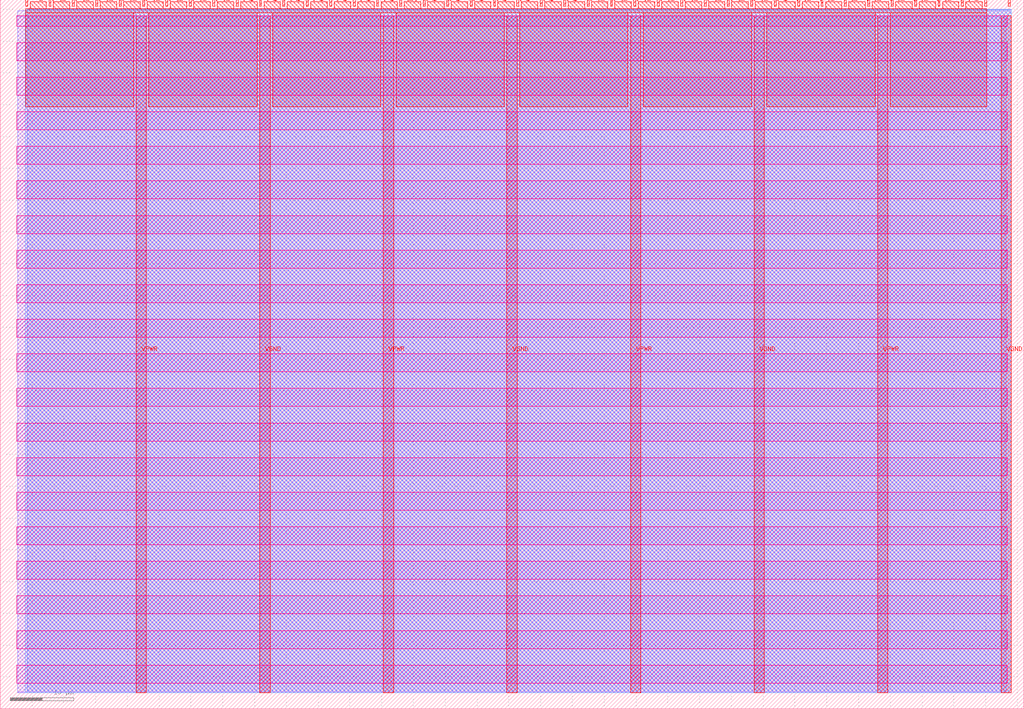
<source format=lef>
VERSION 5.7 ;
  NOWIREEXTENSIONATPIN ON ;
  DIVIDERCHAR "/" ;
  BUSBITCHARS "[]" ;
MACRO tt_um_CDMA_Santiago
  CLASS BLOCK ;
  FOREIGN tt_um_CDMA_Santiago ;
  ORIGIN 0.000 0.000 ;
  SIZE 161.000 BY 111.520 ;
  PIN VGND
    DIRECTION INOUT ;
    USE GROUND ;
    PORT
      LAYER met4 ;
        RECT 40.830 2.480 42.430 109.040 ;
    END
    PORT
      LAYER met4 ;
        RECT 79.700 2.480 81.300 109.040 ;
    END
    PORT
      LAYER met4 ;
        RECT 118.570 2.480 120.170 109.040 ;
    END
    PORT
      LAYER met4 ;
        RECT 157.440 2.480 159.040 109.040 ;
    END
  END VGND
  PIN VPWR
    DIRECTION INOUT ;
    USE POWER ;
    PORT
      LAYER met4 ;
        RECT 21.395 2.480 22.995 109.040 ;
    END
    PORT
      LAYER met4 ;
        RECT 60.265 2.480 61.865 109.040 ;
    END
    PORT
      LAYER met4 ;
        RECT 99.135 2.480 100.735 109.040 ;
    END
    PORT
      LAYER met4 ;
        RECT 138.005 2.480 139.605 109.040 ;
    END
  END VPWR
  PIN clk
    DIRECTION INPUT ;
    USE SIGNAL ;
    ANTENNAGATEAREA 0.852000 ;
    PORT
      LAYER met4 ;
        RECT 154.870 110.520 155.170 111.520 ;
    END
  END clk
  PIN ena
    DIRECTION INPUT ;
    USE SIGNAL ;
    PORT
      LAYER met4 ;
        RECT 158.550 110.520 158.850 111.520 ;
    END
  END ena
  PIN rst_n
    DIRECTION INPUT ;
    USE SIGNAL ;
    ANTENNAGATEAREA 0.213000 ;
    PORT
      LAYER met4 ;
        RECT 151.190 110.520 151.490 111.520 ;
    END
  END rst_n
  PIN ui_in[0]
    DIRECTION INPUT ;
    USE SIGNAL ;
    ANTENNAGATEAREA 0.196500 ;
    PORT
      LAYER met4 ;
        RECT 147.510 110.520 147.810 111.520 ;
    END
  END ui_in[0]
  PIN ui_in[1]
    DIRECTION INPUT ;
    USE SIGNAL ;
    ANTENNAGATEAREA 0.196500 ;
    PORT
      LAYER met4 ;
        RECT 143.830 110.520 144.130 111.520 ;
    END
  END ui_in[1]
  PIN ui_in[2]
    DIRECTION INPUT ;
    USE SIGNAL ;
    ANTENNAGATEAREA 0.196500 ;
    PORT
      LAYER met4 ;
        RECT 140.150 110.520 140.450 111.520 ;
    END
  END ui_in[2]
  PIN ui_in[3]
    DIRECTION INPUT ;
    USE SIGNAL ;
    ANTENNAGATEAREA 0.196500 ;
    PORT
      LAYER met4 ;
        RECT 136.470 110.520 136.770 111.520 ;
    END
  END ui_in[3]
  PIN ui_in[4]
    DIRECTION INPUT ;
    USE SIGNAL ;
    ANTENNAGATEAREA 0.196500 ;
    PORT
      LAYER met4 ;
        RECT 132.790 110.520 133.090 111.520 ;
    END
  END ui_in[4]
  PIN ui_in[5]
    DIRECTION INPUT ;
    USE SIGNAL ;
    ANTENNAGATEAREA 0.196500 ;
    PORT
      LAYER met4 ;
        RECT 129.110 110.520 129.410 111.520 ;
    END
  END ui_in[5]
  PIN ui_in[6]
    DIRECTION INPUT ;
    USE SIGNAL ;
    ANTENNAGATEAREA 0.196500 ;
    PORT
      LAYER met4 ;
        RECT 125.430 110.520 125.730 111.520 ;
    END
  END ui_in[6]
  PIN ui_in[7]
    DIRECTION INPUT ;
    USE SIGNAL ;
    ANTENNAGATEAREA 0.196500 ;
    PORT
      LAYER met4 ;
        RECT 121.750 110.520 122.050 111.520 ;
    END
  END ui_in[7]
  PIN uio_in[0]
    DIRECTION INPUT ;
    USE SIGNAL ;
    PORT
      LAYER met4 ;
        RECT 118.070 110.520 118.370 111.520 ;
    END
  END uio_in[0]
  PIN uio_in[1]
    DIRECTION INPUT ;
    USE SIGNAL ;
    PORT
      LAYER met4 ;
        RECT 114.390 110.520 114.690 111.520 ;
    END
  END uio_in[1]
  PIN uio_in[2]
    DIRECTION INPUT ;
    USE SIGNAL ;
    PORT
      LAYER met4 ;
        RECT 110.710 110.520 111.010 111.520 ;
    END
  END uio_in[2]
  PIN uio_in[3]
    DIRECTION INPUT ;
    USE SIGNAL ;
    PORT
      LAYER met4 ;
        RECT 107.030 110.520 107.330 111.520 ;
    END
  END uio_in[3]
  PIN uio_in[4]
    DIRECTION INPUT ;
    USE SIGNAL ;
    PORT
      LAYER met4 ;
        RECT 103.350 110.520 103.650 111.520 ;
    END
  END uio_in[4]
  PIN uio_in[5]
    DIRECTION INPUT ;
    USE SIGNAL ;
    PORT
      LAYER met4 ;
        RECT 99.670 110.520 99.970 111.520 ;
    END
  END uio_in[5]
  PIN uio_in[6]
    DIRECTION INPUT ;
    USE SIGNAL ;
    PORT
      LAYER met4 ;
        RECT 95.990 110.520 96.290 111.520 ;
    END
  END uio_in[6]
  PIN uio_in[7]
    DIRECTION INPUT ;
    USE SIGNAL ;
    PORT
      LAYER met4 ;
        RECT 92.310 110.520 92.610 111.520 ;
    END
  END uio_in[7]
  PIN uio_oe[0]
    DIRECTION OUTPUT TRISTATE ;
    USE SIGNAL ;
    PORT
      LAYER met4 ;
        RECT 29.750 110.520 30.050 111.520 ;
    END
  END uio_oe[0]
  PIN uio_oe[1]
    DIRECTION OUTPUT TRISTATE ;
    USE SIGNAL ;
    PORT
      LAYER met4 ;
        RECT 26.070 110.520 26.370 111.520 ;
    END
  END uio_oe[1]
  PIN uio_oe[2]
    DIRECTION OUTPUT TRISTATE ;
    USE SIGNAL ;
    PORT
      LAYER met4 ;
        RECT 22.390 110.520 22.690 111.520 ;
    END
  END uio_oe[2]
  PIN uio_oe[3]
    DIRECTION OUTPUT TRISTATE ;
    USE SIGNAL ;
    PORT
      LAYER met4 ;
        RECT 18.710 110.520 19.010 111.520 ;
    END
  END uio_oe[3]
  PIN uio_oe[4]
    DIRECTION OUTPUT TRISTATE ;
    USE SIGNAL ;
    PORT
      LAYER met4 ;
        RECT 15.030 110.520 15.330 111.520 ;
    END
  END uio_oe[4]
  PIN uio_oe[5]
    DIRECTION OUTPUT TRISTATE ;
    USE SIGNAL ;
    PORT
      LAYER met4 ;
        RECT 11.350 110.520 11.650 111.520 ;
    END
  END uio_oe[5]
  PIN uio_oe[6]
    DIRECTION OUTPUT TRISTATE ;
    USE SIGNAL ;
    PORT
      LAYER met4 ;
        RECT 7.670 110.520 7.970 111.520 ;
    END
  END uio_oe[6]
  PIN uio_oe[7]
    DIRECTION OUTPUT TRISTATE ;
    USE SIGNAL ;
    PORT
      LAYER met4 ;
        RECT 3.990 110.520 4.290 111.520 ;
    END
  END uio_oe[7]
  PIN uio_out[0]
    DIRECTION OUTPUT TRISTATE ;
    USE SIGNAL ;
    ANTENNADIFFAREA 0.795200 ;
    PORT
      LAYER met4 ;
        RECT 59.190 110.520 59.490 111.520 ;
    END
  END uio_out[0]
  PIN uio_out[1]
    DIRECTION OUTPUT TRISTATE ;
    USE SIGNAL ;
    ANTENNADIFFAREA 0.445500 ;
    PORT
      LAYER met4 ;
        RECT 55.510 110.520 55.810 111.520 ;
    END
  END uio_out[1]
  PIN uio_out[2]
    DIRECTION OUTPUT TRISTATE ;
    USE SIGNAL ;
    ANTENNADIFFAREA 0.795200 ;
    PORT
      LAYER met4 ;
        RECT 51.830 110.520 52.130 111.520 ;
    END
  END uio_out[2]
  PIN uio_out[3]
    DIRECTION OUTPUT TRISTATE ;
    USE SIGNAL ;
    ANTENNADIFFAREA 0.445500 ;
    PORT
      LAYER met4 ;
        RECT 48.150 110.520 48.450 111.520 ;
    END
  END uio_out[3]
  PIN uio_out[4]
    DIRECTION OUTPUT TRISTATE ;
    USE SIGNAL ;
    PORT
      LAYER met4 ;
        RECT 44.470 110.520 44.770 111.520 ;
    END
  END uio_out[4]
  PIN uio_out[5]
    DIRECTION OUTPUT TRISTATE ;
    USE SIGNAL ;
    PORT
      LAYER met4 ;
        RECT 40.790 110.520 41.090 111.520 ;
    END
  END uio_out[5]
  PIN uio_out[6]
    DIRECTION OUTPUT TRISTATE ;
    USE SIGNAL ;
    PORT
      LAYER met4 ;
        RECT 37.110 110.520 37.410 111.520 ;
    END
  END uio_out[6]
  PIN uio_out[7]
    DIRECTION OUTPUT TRISTATE ;
    USE SIGNAL ;
    PORT
      LAYER met4 ;
        RECT 33.430 110.520 33.730 111.520 ;
    END
  END uio_out[7]
  PIN uo_out[0]
    DIRECTION OUTPUT TRISTATE ;
    USE SIGNAL ;
    PORT
      LAYER met4 ;
        RECT 88.630 110.520 88.930 111.520 ;
    END
  END uo_out[0]
  PIN uo_out[1]
    DIRECTION OUTPUT TRISTATE ;
    USE SIGNAL ;
    PORT
      LAYER met4 ;
        RECT 84.950 110.520 85.250 111.520 ;
    END
  END uo_out[1]
  PIN uo_out[2]
    DIRECTION OUTPUT TRISTATE ;
    USE SIGNAL ;
    PORT
      LAYER met4 ;
        RECT 81.270 110.520 81.570 111.520 ;
    END
  END uo_out[2]
  PIN uo_out[3]
    DIRECTION OUTPUT TRISTATE ;
    USE SIGNAL ;
    PORT
      LAYER met4 ;
        RECT 77.590 110.520 77.890 111.520 ;
    END
  END uo_out[3]
  PIN uo_out[4]
    DIRECTION OUTPUT TRISTATE ;
    USE SIGNAL ;
    PORT
      LAYER met4 ;
        RECT 73.910 110.520 74.210 111.520 ;
    END
  END uo_out[4]
  PIN uo_out[5]
    DIRECTION OUTPUT TRISTATE ;
    USE SIGNAL ;
    PORT
      LAYER met4 ;
        RECT 70.230 110.520 70.530 111.520 ;
    END
  END uo_out[5]
  PIN uo_out[6]
    DIRECTION OUTPUT TRISTATE ;
    USE SIGNAL ;
    PORT
      LAYER met4 ;
        RECT 66.550 110.520 66.850 111.520 ;
    END
  END uo_out[6]
  PIN uo_out[7]
    DIRECTION OUTPUT TRISTATE ;
    USE SIGNAL ;
    PORT
      LAYER met4 ;
        RECT 62.870 110.520 63.170 111.520 ;
    END
  END uo_out[7]
  OBS
      LAYER nwell ;
        RECT 2.570 107.385 158.430 108.990 ;
        RECT 2.570 101.945 158.430 104.775 ;
        RECT 2.570 96.505 158.430 99.335 ;
        RECT 2.570 91.065 158.430 93.895 ;
        RECT 2.570 85.625 158.430 88.455 ;
        RECT 2.570 80.185 158.430 83.015 ;
        RECT 2.570 74.745 158.430 77.575 ;
        RECT 2.570 69.305 158.430 72.135 ;
        RECT 2.570 63.865 158.430 66.695 ;
        RECT 2.570 58.425 158.430 61.255 ;
        RECT 2.570 52.985 158.430 55.815 ;
        RECT 2.570 47.545 158.430 50.375 ;
        RECT 2.570 42.105 158.430 44.935 ;
        RECT 2.570 36.665 158.430 39.495 ;
        RECT 2.570 31.225 158.430 34.055 ;
        RECT 2.570 25.785 158.430 28.615 ;
        RECT 2.570 20.345 158.430 23.175 ;
        RECT 2.570 14.905 158.430 17.735 ;
        RECT 2.570 9.465 158.430 12.295 ;
        RECT 2.570 4.025 158.430 6.855 ;
      LAYER li1 ;
        RECT 2.760 2.635 158.240 108.885 ;
      LAYER met1 ;
        RECT 2.760 2.480 159.040 109.780 ;
      LAYER met2 ;
        RECT 4.230 2.535 159.010 110.005 ;
      LAYER met3 ;
        RECT 3.950 2.555 159.030 109.985 ;
      LAYER met4 ;
        RECT 4.690 110.120 7.270 111.170 ;
        RECT 8.370 110.120 10.950 111.170 ;
        RECT 12.050 110.120 14.630 111.170 ;
        RECT 15.730 110.120 18.310 111.170 ;
        RECT 19.410 110.120 21.990 111.170 ;
        RECT 23.090 110.120 25.670 111.170 ;
        RECT 26.770 110.120 29.350 111.170 ;
        RECT 30.450 110.120 33.030 111.170 ;
        RECT 34.130 110.120 36.710 111.170 ;
        RECT 37.810 110.120 40.390 111.170 ;
        RECT 41.490 110.120 44.070 111.170 ;
        RECT 45.170 110.120 47.750 111.170 ;
        RECT 48.850 110.120 51.430 111.170 ;
        RECT 52.530 110.120 55.110 111.170 ;
        RECT 56.210 110.120 58.790 111.170 ;
        RECT 59.890 110.120 62.470 111.170 ;
        RECT 63.570 110.120 66.150 111.170 ;
        RECT 67.250 110.120 69.830 111.170 ;
        RECT 70.930 110.120 73.510 111.170 ;
        RECT 74.610 110.120 77.190 111.170 ;
        RECT 78.290 110.120 80.870 111.170 ;
        RECT 81.970 110.120 84.550 111.170 ;
        RECT 85.650 110.120 88.230 111.170 ;
        RECT 89.330 110.120 91.910 111.170 ;
        RECT 93.010 110.120 95.590 111.170 ;
        RECT 96.690 110.120 99.270 111.170 ;
        RECT 100.370 110.120 102.950 111.170 ;
        RECT 104.050 110.120 106.630 111.170 ;
        RECT 107.730 110.120 110.310 111.170 ;
        RECT 111.410 110.120 113.990 111.170 ;
        RECT 115.090 110.120 117.670 111.170 ;
        RECT 118.770 110.120 121.350 111.170 ;
        RECT 122.450 110.120 125.030 111.170 ;
        RECT 126.130 110.120 128.710 111.170 ;
        RECT 129.810 110.120 132.390 111.170 ;
        RECT 133.490 110.120 136.070 111.170 ;
        RECT 137.170 110.120 139.750 111.170 ;
        RECT 140.850 110.120 143.430 111.170 ;
        RECT 144.530 110.120 147.110 111.170 ;
        RECT 148.210 110.120 150.790 111.170 ;
        RECT 151.890 110.120 154.470 111.170 ;
        RECT 3.975 109.440 155.185 110.120 ;
        RECT 3.975 94.695 20.995 109.440 ;
        RECT 23.395 94.695 40.430 109.440 ;
        RECT 42.830 94.695 59.865 109.440 ;
        RECT 62.265 94.695 79.300 109.440 ;
        RECT 81.700 94.695 98.735 109.440 ;
        RECT 101.135 94.695 118.170 109.440 ;
        RECT 120.570 94.695 137.605 109.440 ;
        RECT 140.005 94.695 155.185 109.440 ;
  END
END tt_um_CDMA_Santiago
END LIBRARY


</source>
